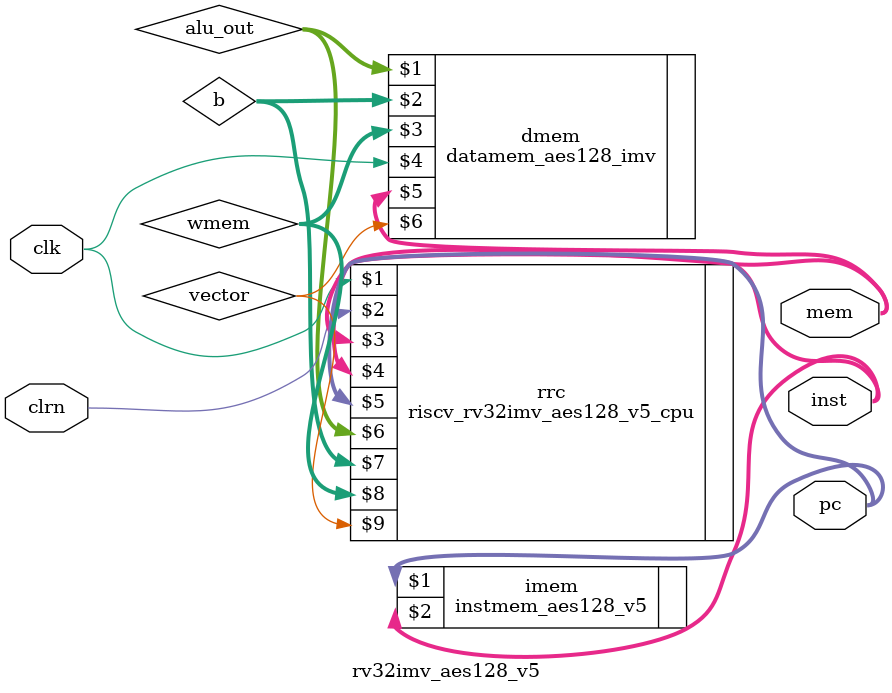
<source format=v>
module rv32imv_aes128_v5 (clk, clrn, inst, pc, mem);
  parameter     VLEN = 128;                   // bits, hardware implementation
  input         clk, clrn;           // clk: 50MHz
  output [31:0] inst, pc;
  output [VLEN-1:0] mem;
  wire    [3:0] wmem;
  wire   [VLEN-1:0] alu_out, b;
  wire          vector;
  
  riscv_rv32imv_aes128_v5_cpu rrc (clk, clrn, inst, mem, pc, alu_out, b, wmem, vector);
  
  instmem_aes128_v5 imem (pc,inst);
  
  datamem_aes128_imv dmem (alu_out, b, wmem, clk, mem, vector);
endmodule

</source>
